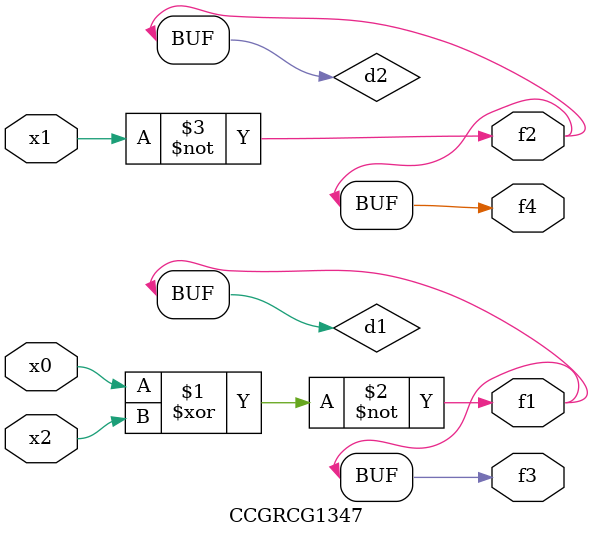
<source format=v>
module CCGRCG1347(
	input x0, x1, x2,
	output f1, f2, f3, f4
);

	wire d1, d2, d3;

	xnor (d1, x0, x2);
	nand (d2, x1);
	nor (d3, x1, x2);
	assign f1 = d1;
	assign f2 = d2;
	assign f3 = d1;
	assign f4 = d2;
endmodule

</source>
